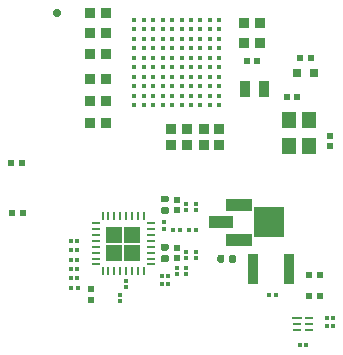
<source format=gbr>
G04 #@! TF.GenerationSoftware,KiCad,Pcbnew,(5.1.0)-1*
G04 #@! TF.CreationDate,2019-08-27T17:01:11-07:00*
G04 #@! TF.ProjectId,SDCard-PCB,53444361-7264-42d5-9043-422e6b696361,rev?*
G04 #@! TF.SameCoordinates,Original*
G04 #@! TF.FileFunction,Paste,Top*
G04 #@! TF.FilePolarity,Positive*
%FSLAX46Y46*%
G04 Gerber Fmt 4.6, Leading zero omitted, Abs format (unit mm)*
G04 Created by KiCad (PCBNEW (5.1.0)-1) date 2019-08-27 17:01:11*
%MOMM*%
%LPD*%
G04 APERTURE LIST*
%ADD10R,2.500000X2.500000*%
%ADD11R,2.200000X1.050000*%
%ADD12R,2.000000X1.000000*%
%ADD13R,0.310000X0.340000*%
%ADD14R,0.870000X2.620000*%
%ADD15R,0.920000X0.890000*%
%ADD16R,0.870000X0.810000*%
%ADD17R,0.340000X0.310000*%
%ADD18C,0.100000*%
%ADD19C,0.590000*%
%ADD20R,0.260000X0.680000*%
%ADD21R,0.680000X0.260000*%
%ADD22R,1.350000X1.350000*%
%ADD23R,0.630000X0.580000*%
%ADD24R,1.200000X1.400000*%
%ADD25C,0.370000*%
%ADD26R,0.740000X0.270000*%
%ADD27R,0.820000X0.270000*%
%ADD28R,0.490000X0.560000*%
%ADD29C,0.700000*%
%ADD30R,0.770000X0.710000*%
%ADD31R,0.810000X0.870000*%
%ADD32R,0.930000X1.320000*%
%ADD33R,0.580000X0.630000*%
G04 APERTURE END LIST*
D10*
X127144780Y-72798940D03*
D11*
X124545220Y-74281560D03*
X124545220Y-71331560D03*
D12*
X123045220Y-72806560D03*
D13*
X127129540Y-78933040D03*
X127679540Y-78933040D03*
D14*
X128818100Y-76791820D03*
X125768100Y-76791820D03*
D15*
X122897900Y-66268600D03*
X122897900Y-64938600D03*
D16*
X121597420Y-66267880D03*
X121597420Y-64907880D03*
D17*
X114515900Y-78952000D03*
X114515900Y-79502000D03*
D13*
X120345200Y-73444100D03*
X120895200Y-73444100D03*
D18*
G36*
X118474258Y-70545610D02*
G01*
X118488576Y-70547734D01*
X118502617Y-70551251D01*
X118516246Y-70556128D01*
X118529331Y-70562317D01*
X118541747Y-70569758D01*
X118553373Y-70578381D01*
X118564098Y-70588102D01*
X118573819Y-70598827D01*
X118582442Y-70610453D01*
X118589883Y-70622869D01*
X118596072Y-70635954D01*
X118600949Y-70649583D01*
X118604466Y-70663624D01*
X118606590Y-70677942D01*
X118607300Y-70692400D01*
X118607300Y-70987400D01*
X118606590Y-71001858D01*
X118604466Y-71016176D01*
X118600949Y-71030217D01*
X118596072Y-71043846D01*
X118589883Y-71056931D01*
X118582442Y-71069347D01*
X118573819Y-71080973D01*
X118564098Y-71091698D01*
X118553373Y-71101419D01*
X118541747Y-71110042D01*
X118529331Y-71117483D01*
X118516246Y-71123672D01*
X118502617Y-71128549D01*
X118488576Y-71132066D01*
X118474258Y-71134190D01*
X118459800Y-71134900D01*
X118114800Y-71134900D01*
X118100342Y-71134190D01*
X118086024Y-71132066D01*
X118071983Y-71128549D01*
X118058354Y-71123672D01*
X118045269Y-71117483D01*
X118032853Y-71110042D01*
X118021227Y-71101419D01*
X118010502Y-71091698D01*
X118000781Y-71080973D01*
X117992158Y-71069347D01*
X117984717Y-71056931D01*
X117978528Y-71043846D01*
X117973651Y-71030217D01*
X117970134Y-71016176D01*
X117968010Y-71001858D01*
X117967300Y-70987400D01*
X117967300Y-70692400D01*
X117968010Y-70677942D01*
X117970134Y-70663624D01*
X117973651Y-70649583D01*
X117978528Y-70635954D01*
X117984717Y-70622869D01*
X117992158Y-70610453D01*
X118000781Y-70598827D01*
X118010502Y-70588102D01*
X118021227Y-70578381D01*
X118032853Y-70569758D01*
X118045269Y-70562317D01*
X118058354Y-70556128D01*
X118071983Y-70551251D01*
X118086024Y-70547734D01*
X118100342Y-70545610D01*
X118114800Y-70544900D01*
X118459800Y-70544900D01*
X118474258Y-70545610D01*
X118474258Y-70545610D01*
G37*
D19*
X118287300Y-70839900D03*
D18*
G36*
X118474258Y-71515610D02*
G01*
X118488576Y-71517734D01*
X118502617Y-71521251D01*
X118516246Y-71526128D01*
X118529331Y-71532317D01*
X118541747Y-71539758D01*
X118553373Y-71548381D01*
X118564098Y-71558102D01*
X118573819Y-71568827D01*
X118582442Y-71580453D01*
X118589883Y-71592869D01*
X118596072Y-71605954D01*
X118600949Y-71619583D01*
X118604466Y-71633624D01*
X118606590Y-71647942D01*
X118607300Y-71662400D01*
X118607300Y-71957400D01*
X118606590Y-71971858D01*
X118604466Y-71986176D01*
X118600949Y-72000217D01*
X118596072Y-72013846D01*
X118589883Y-72026931D01*
X118582442Y-72039347D01*
X118573819Y-72050973D01*
X118564098Y-72061698D01*
X118553373Y-72071419D01*
X118541747Y-72080042D01*
X118529331Y-72087483D01*
X118516246Y-72093672D01*
X118502617Y-72098549D01*
X118488576Y-72102066D01*
X118474258Y-72104190D01*
X118459800Y-72104900D01*
X118114800Y-72104900D01*
X118100342Y-72104190D01*
X118086024Y-72102066D01*
X118071983Y-72098549D01*
X118058354Y-72093672D01*
X118045269Y-72087483D01*
X118032853Y-72080042D01*
X118021227Y-72071419D01*
X118010502Y-72061698D01*
X118000781Y-72050973D01*
X117992158Y-72039347D01*
X117984717Y-72026931D01*
X117978528Y-72013846D01*
X117973651Y-72000217D01*
X117970134Y-71986176D01*
X117968010Y-71971858D01*
X117967300Y-71957400D01*
X117967300Y-71662400D01*
X117968010Y-71647942D01*
X117970134Y-71633624D01*
X117973651Y-71619583D01*
X117978528Y-71605954D01*
X117984717Y-71592869D01*
X117992158Y-71580453D01*
X118000781Y-71568827D01*
X118010502Y-71558102D01*
X118021227Y-71548381D01*
X118032853Y-71539758D01*
X118045269Y-71532317D01*
X118058354Y-71526128D01*
X118071983Y-71521251D01*
X118086024Y-71517734D01*
X118100342Y-71515610D01*
X118114800Y-71514900D01*
X118459800Y-71514900D01*
X118474258Y-71515610D01*
X118474258Y-71515610D01*
G37*
D19*
X118287300Y-71809900D03*
D17*
X115023900Y-77779200D03*
X115023900Y-78329200D03*
X119291100Y-76674300D03*
X119291100Y-77224300D03*
D13*
X118024600Y-77325600D03*
X118574600Y-77325600D03*
X110346400Y-77558900D03*
X110896400Y-77558900D03*
D20*
X113020000Y-76965000D03*
X113520000Y-76965000D03*
X114020000Y-76965000D03*
X114520000Y-76965000D03*
X115020000Y-76965000D03*
X115520000Y-76965000D03*
X116020000Y-76965000D03*
X116520000Y-76965000D03*
D21*
X117105000Y-76380000D03*
X117105000Y-75880000D03*
X117105000Y-75380000D03*
X117105000Y-74880000D03*
X117105000Y-74380000D03*
X117105000Y-73880000D03*
X117105000Y-73380000D03*
X117105000Y-72880000D03*
D20*
X116520000Y-72295000D03*
X116020000Y-72295000D03*
X115520000Y-72295000D03*
X115020000Y-72295000D03*
X114520000Y-72295000D03*
X114020000Y-72295000D03*
X113520000Y-72295000D03*
X113020000Y-72295000D03*
D21*
X112435000Y-72880000D03*
X112435000Y-73380000D03*
X112435000Y-73880000D03*
X112435000Y-74380000D03*
X112435000Y-74880000D03*
X112435000Y-75380000D03*
X112435000Y-75880000D03*
X112435000Y-76380000D03*
D22*
X115545000Y-75405000D03*
X115545000Y-73855000D03*
X113995000Y-75405000D03*
X113995000Y-73855000D03*
D13*
X118579600Y-78015600D03*
X118029600Y-78015600D03*
D18*
G36*
X118476958Y-74615710D02*
G01*
X118491276Y-74617834D01*
X118505317Y-74621351D01*
X118518946Y-74626228D01*
X118532031Y-74632417D01*
X118544447Y-74639858D01*
X118556073Y-74648481D01*
X118566798Y-74658202D01*
X118576519Y-74668927D01*
X118585142Y-74680553D01*
X118592583Y-74692969D01*
X118598772Y-74706054D01*
X118603649Y-74719683D01*
X118607166Y-74733724D01*
X118609290Y-74748042D01*
X118610000Y-74762500D01*
X118610000Y-75057500D01*
X118609290Y-75071958D01*
X118607166Y-75086276D01*
X118603649Y-75100317D01*
X118598772Y-75113946D01*
X118592583Y-75127031D01*
X118585142Y-75139447D01*
X118576519Y-75151073D01*
X118566798Y-75161798D01*
X118556073Y-75171519D01*
X118544447Y-75180142D01*
X118532031Y-75187583D01*
X118518946Y-75193772D01*
X118505317Y-75198649D01*
X118491276Y-75202166D01*
X118476958Y-75204290D01*
X118462500Y-75205000D01*
X118117500Y-75205000D01*
X118103042Y-75204290D01*
X118088724Y-75202166D01*
X118074683Y-75198649D01*
X118061054Y-75193772D01*
X118047969Y-75187583D01*
X118035553Y-75180142D01*
X118023927Y-75171519D01*
X118013202Y-75161798D01*
X118003481Y-75151073D01*
X117994858Y-75139447D01*
X117987417Y-75127031D01*
X117981228Y-75113946D01*
X117976351Y-75100317D01*
X117972834Y-75086276D01*
X117970710Y-75071958D01*
X117970000Y-75057500D01*
X117970000Y-74762500D01*
X117970710Y-74748042D01*
X117972834Y-74733724D01*
X117976351Y-74719683D01*
X117981228Y-74706054D01*
X117987417Y-74692969D01*
X117994858Y-74680553D01*
X118003481Y-74668927D01*
X118013202Y-74658202D01*
X118023927Y-74648481D01*
X118035553Y-74639858D01*
X118047969Y-74632417D01*
X118061054Y-74626228D01*
X118074683Y-74621351D01*
X118088724Y-74617834D01*
X118103042Y-74615710D01*
X118117500Y-74615000D01*
X118462500Y-74615000D01*
X118476958Y-74615710D01*
X118476958Y-74615710D01*
G37*
D19*
X118290000Y-74910000D03*
D18*
G36*
X118476958Y-75585710D02*
G01*
X118491276Y-75587834D01*
X118505317Y-75591351D01*
X118518946Y-75596228D01*
X118532031Y-75602417D01*
X118544447Y-75609858D01*
X118556073Y-75618481D01*
X118566798Y-75628202D01*
X118576519Y-75638927D01*
X118585142Y-75650553D01*
X118592583Y-75662969D01*
X118598772Y-75676054D01*
X118603649Y-75689683D01*
X118607166Y-75703724D01*
X118609290Y-75718042D01*
X118610000Y-75732500D01*
X118610000Y-76027500D01*
X118609290Y-76041958D01*
X118607166Y-76056276D01*
X118603649Y-76070317D01*
X118598772Y-76083946D01*
X118592583Y-76097031D01*
X118585142Y-76109447D01*
X118576519Y-76121073D01*
X118566798Y-76131798D01*
X118556073Y-76141519D01*
X118544447Y-76150142D01*
X118532031Y-76157583D01*
X118518946Y-76163772D01*
X118505317Y-76168649D01*
X118491276Y-76172166D01*
X118476958Y-76174290D01*
X118462500Y-76175000D01*
X118117500Y-76175000D01*
X118103042Y-76174290D01*
X118088724Y-76172166D01*
X118074683Y-76168649D01*
X118061054Y-76163772D01*
X118047969Y-76157583D01*
X118035553Y-76150142D01*
X118023927Y-76141519D01*
X118013202Y-76131798D01*
X118003481Y-76121073D01*
X117994858Y-76109447D01*
X117987417Y-76097031D01*
X117981228Y-76083946D01*
X117976351Y-76070317D01*
X117972834Y-76056276D01*
X117970710Y-76041958D01*
X117970000Y-76027500D01*
X117970000Y-75732500D01*
X117970710Y-75718042D01*
X117972834Y-75703724D01*
X117976351Y-75689683D01*
X117981228Y-75676054D01*
X117987417Y-75662969D01*
X117994858Y-75650553D01*
X118003481Y-75638927D01*
X118013202Y-75628202D01*
X118023927Y-75618481D01*
X118035553Y-75609858D01*
X118047969Y-75602417D01*
X118061054Y-75596228D01*
X118074683Y-75591351D01*
X118088724Y-75587834D01*
X118103042Y-75585710D01*
X118117500Y-75585000D01*
X118462500Y-75585000D01*
X118476958Y-75585710D01*
X118476958Y-75585710D01*
G37*
D19*
X118290000Y-75880000D03*
D13*
X110342000Y-74409300D03*
X110892000Y-74409300D03*
D17*
X120107300Y-71254900D03*
X120107300Y-71804900D03*
D13*
X110342000Y-75184000D03*
X110892000Y-75184000D03*
X110354700Y-78359000D03*
X110904700Y-78359000D03*
D17*
X120904000Y-75319800D03*
X120904000Y-75869800D03*
D13*
X110342000Y-76758800D03*
X110892000Y-76758800D03*
X110342000Y-75971400D03*
X110892000Y-75971400D03*
D17*
X120917300Y-71254900D03*
X120917300Y-71804900D03*
X120103900Y-75315400D03*
X120103900Y-75865400D03*
D23*
X119287300Y-70919900D03*
X119287300Y-71809900D03*
X119310000Y-74985000D03*
X119310000Y-75875000D03*
X112077500Y-79375500D03*
X112077500Y-78485500D03*
D17*
X120103900Y-77219900D03*
X120103900Y-76669900D03*
D13*
X119016100Y-73444100D03*
X119566100Y-73444100D03*
D17*
X118239540Y-73352660D03*
X118239540Y-72802660D03*
D24*
X130481440Y-64167840D03*
X130481440Y-66367840D03*
X128781440Y-66367840D03*
X128781440Y-64167840D03*
D25*
X115703800Y-55683600D03*
X116503800Y-55683600D03*
X117303800Y-55683600D03*
X118103800Y-55683600D03*
X118903800Y-55683600D03*
X119703800Y-55683600D03*
X120503800Y-55683600D03*
X121303800Y-55683600D03*
X122103800Y-55683600D03*
X122903800Y-55683600D03*
X115703800Y-56483600D03*
X116503800Y-56483600D03*
X117303800Y-56483600D03*
X118103800Y-56483600D03*
X118903800Y-56483600D03*
X119703800Y-56483600D03*
X120503800Y-56483600D03*
X121303800Y-56483600D03*
X122103800Y-56483600D03*
X122903800Y-56483600D03*
X115703800Y-57283600D03*
X116503800Y-57283600D03*
X117303800Y-57283600D03*
X118103800Y-57283600D03*
X118903800Y-57283600D03*
X119703800Y-57283600D03*
X120503800Y-57283600D03*
X121303800Y-57283600D03*
X122103800Y-57283600D03*
X122903800Y-57283600D03*
X115703800Y-58083600D03*
X116503800Y-58083600D03*
X117303800Y-58083600D03*
X118103800Y-58083600D03*
X118903800Y-58083600D03*
X119703800Y-58083600D03*
X120503800Y-58083600D03*
X121303800Y-58083600D03*
X122103800Y-58083600D03*
X122903800Y-58083600D03*
X115703800Y-58883600D03*
X116503800Y-58883600D03*
X117303800Y-58883600D03*
X118103800Y-58883600D03*
X118903800Y-58883600D03*
X119703800Y-58883600D03*
X120503800Y-58883600D03*
X121303800Y-58883600D03*
X122103800Y-58883600D03*
X122903800Y-58883600D03*
X115703800Y-59683600D03*
X116503800Y-59683600D03*
X117303800Y-59683600D03*
X118103800Y-59683600D03*
X118903800Y-59683600D03*
X119703800Y-59683600D03*
X120503800Y-59683600D03*
X121303800Y-59683600D03*
X122103800Y-59683600D03*
X122903800Y-59683600D03*
X115703800Y-60483600D03*
X116503800Y-60483600D03*
X117303800Y-60483600D03*
X118103800Y-60483600D03*
X118903800Y-60483600D03*
X119703800Y-60483600D03*
X120503800Y-60483600D03*
X121303800Y-60483600D03*
X122103800Y-60483600D03*
X122903800Y-60483600D03*
X115703800Y-61283600D03*
X116503800Y-61283600D03*
X117303800Y-61283600D03*
X118103800Y-61283600D03*
X118903800Y-61283600D03*
X119703800Y-61283600D03*
X120503800Y-61283600D03*
X121303800Y-61283600D03*
X122103800Y-61283600D03*
X122903800Y-61283600D03*
X115703800Y-62083600D03*
X116503800Y-62083600D03*
X117303800Y-62083600D03*
X118103800Y-62083600D03*
X118903800Y-62083600D03*
X119703800Y-62083600D03*
X120503800Y-62083600D03*
X121303800Y-62083600D03*
X122103800Y-62083600D03*
X122903800Y-62083600D03*
X115703800Y-62883600D03*
X116503800Y-62883600D03*
X117303800Y-62883600D03*
X118103800Y-62883600D03*
X118903800Y-62883600D03*
X119703800Y-62883600D03*
X120503800Y-62883600D03*
X121303800Y-62883600D03*
X122103800Y-62883600D03*
X122903800Y-62883600D03*
D26*
X130509060Y-80937060D03*
X130509060Y-81437060D03*
X130509060Y-81937060D03*
X129449060Y-81937060D03*
X129449060Y-81437060D03*
D27*
X129489060Y-80937060D03*
D28*
X105338200Y-71988680D03*
X106248200Y-71988680D03*
X105272500Y-67830700D03*
X106182500Y-67830700D03*
X129732700Y-58930540D03*
X130642700Y-58930540D03*
D15*
X118846600Y-64938600D03*
X118846600Y-66268600D03*
D18*
G36*
X124174918Y-75586070D02*
G01*
X124189236Y-75588194D01*
X124203277Y-75591711D01*
X124216906Y-75596588D01*
X124229991Y-75602777D01*
X124242407Y-75610218D01*
X124254033Y-75618841D01*
X124264758Y-75628562D01*
X124274479Y-75639287D01*
X124283102Y-75650913D01*
X124290543Y-75663329D01*
X124296732Y-75676414D01*
X124301609Y-75690043D01*
X124305126Y-75704084D01*
X124307250Y-75718402D01*
X124307960Y-75732860D01*
X124307960Y-76077860D01*
X124307250Y-76092318D01*
X124305126Y-76106636D01*
X124301609Y-76120677D01*
X124296732Y-76134306D01*
X124290543Y-76147391D01*
X124283102Y-76159807D01*
X124274479Y-76171433D01*
X124264758Y-76182158D01*
X124254033Y-76191879D01*
X124242407Y-76200502D01*
X124229991Y-76207943D01*
X124216906Y-76214132D01*
X124203277Y-76219009D01*
X124189236Y-76222526D01*
X124174918Y-76224650D01*
X124160460Y-76225360D01*
X123865460Y-76225360D01*
X123851002Y-76224650D01*
X123836684Y-76222526D01*
X123822643Y-76219009D01*
X123809014Y-76214132D01*
X123795929Y-76207943D01*
X123783513Y-76200502D01*
X123771887Y-76191879D01*
X123761162Y-76182158D01*
X123751441Y-76171433D01*
X123742818Y-76159807D01*
X123735377Y-76147391D01*
X123729188Y-76134306D01*
X123724311Y-76120677D01*
X123720794Y-76106636D01*
X123718670Y-76092318D01*
X123717960Y-76077860D01*
X123717960Y-75732860D01*
X123718670Y-75718402D01*
X123720794Y-75704084D01*
X123724311Y-75690043D01*
X123729188Y-75676414D01*
X123735377Y-75663329D01*
X123742818Y-75650913D01*
X123751441Y-75639287D01*
X123761162Y-75628562D01*
X123771887Y-75618841D01*
X123783513Y-75610218D01*
X123795929Y-75602777D01*
X123809014Y-75596588D01*
X123822643Y-75591711D01*
X123836684Y-75588194D01*
X123851002Y-75586070D01*
X123865460Y-75585360D01*
X124160460Y-75585360D01*
X124174918Y-75586070D01*
X124174918Y-75586070D01*
G37*
D19*
X124012960Y-75905360D03*
D18*
G36*
X123204918Y-75586070D02*
G01*
X123219236Y-75588194D01*
X123233277Y-75591711D01*
X123246906Y-75596588D01*
X123259991Y-75602777D01*
X123272407Y-75610218D01*
X123284033Y-75618841D01*
X123294758Y-75628562D01*
X123304479Y-75639287D01*
X123313102Y-75650913D01*
X123320543Y-75663329D01*
X123326732Y-75676414D01*
X123331609Y-75690043D01*
X123335126Y-75704084D01*
X123337250Y-75718402D01*
X123337960Y-75732860D01*
X123337960Y-76077860D01*
X123337250Y-76092318D01*
X123335126Y-76106636D01*
X123331609Y-76120677D01*
X123326732Y-76134306D01*
X123320543Y-76147391D01*
X123313102Y-76159807D01*
X123304479Y-76171433D01*
X123294758Y-76182158D01*
X123284033Y-76191879D01*
X123272407Y-76200502D01*
X123259991Y-76207943D01*
X123246906Y-76214132D01*
X123233277Y-76219009D01*
X123219236Y-76222526D01*
X123204918Y-76224650D01*
X123190460Y-76225360D01*
X122895460Y-76225360D01*
X122881002Y-76224650D01*
X122866684Y-76222526D01*
X122852643Y-76219009D01*
X122839014Y-76214132D01*
X122825929Y-76207943D01*
X122813513Y-76200502D01*
X122801887Y-76191879D01*
X122791162Y-76182158D01*
X122781441Y-76171433D01*
X122772818Y-76159807D01*
X122765377Y-76147391D01*
X122759188Y-76134306D01*
X122754311Y-76120677D01*
X122750794Y-76106636D01*
X122748670Y-76092318D01*
X122747960Y-76077860D01*
X122747960Y-75732860D01*
X122748670Y-75718402D01*
X122750794Y-75704084D01*
X122754311Y-75690043D01*
X122759188Y-75676414D01*
X122765377Y-75663329D01*
X122772818Y-75650913D01*
X122781441Y-75639287D01*
X122791162Y-75628562D01*
X122801887Y-75618841D01*
X122813513Y-75610218D01*
X122825929Y-75602777D01*
X122839014Y-75596588D01*
X122852643Y-75591711D01*
X122866684Y-75588194D01*
X122881002Y-75586070D01*
X122895460Y-75585360D01*
X123190460Y-75585360D01*
X123204918Y-75586070D01*
X123204918Y-75586070D01*
G37*
D19*
X123042960Y-75905360D03*
D29*
X109194600Y-55118000D03*
D30*
X130935460Y-60142880D03*
X129475460Y-60142880D03*
D31*
X111971540Y-64427100D03*
X113331540Y-64427100D03*
X111967180Y-58582560D03*
X113327180Y-58582560D03*
D32*
X126682080Y-61495940D03*
X125042080Y-61495940D03*
D31*
X111972260Y-56822340D03*
X113332260Y-56822340D03*
X111981700Y-55102760D03*
X113341700Y-55102760D03*
D16*
X120142000Y-66268600D03*
X120142000Y-64908600D03*
D31*
X126366820Y-55971440D03*
X125006820Y-55971440D03*
X111974080Y-60683140D03*
X113334080Y-60683140D03*
X126366820Y-57670700D03*
X125006820Y-57670700D03*
X111971540Y-62567820D03*
X113331540Y-62567820D03*
D33*
X126131820Y-59151520D03*
X125241820Y-59151520D03*
X129484620Y-62227460D03*
X128594620Y-62227460D03*
D23*
X132290820Y-65464960D03*
X132290820Y-66354960D03*
D13*
X132540420Y-80896460D03*
X131990420Y-80896460D03*
X132536020Y-81556860D03*
X131986020Y-81556860D03*
X130244260Y-83159600D03*
X129694260Y-83159600D03*
D33*
X131412980Y-77266800D03*
X130522980Y-77266800D03*
X131415520Y-79011780D03*
X130525520Y-79011780D03*
M02*

</source>
